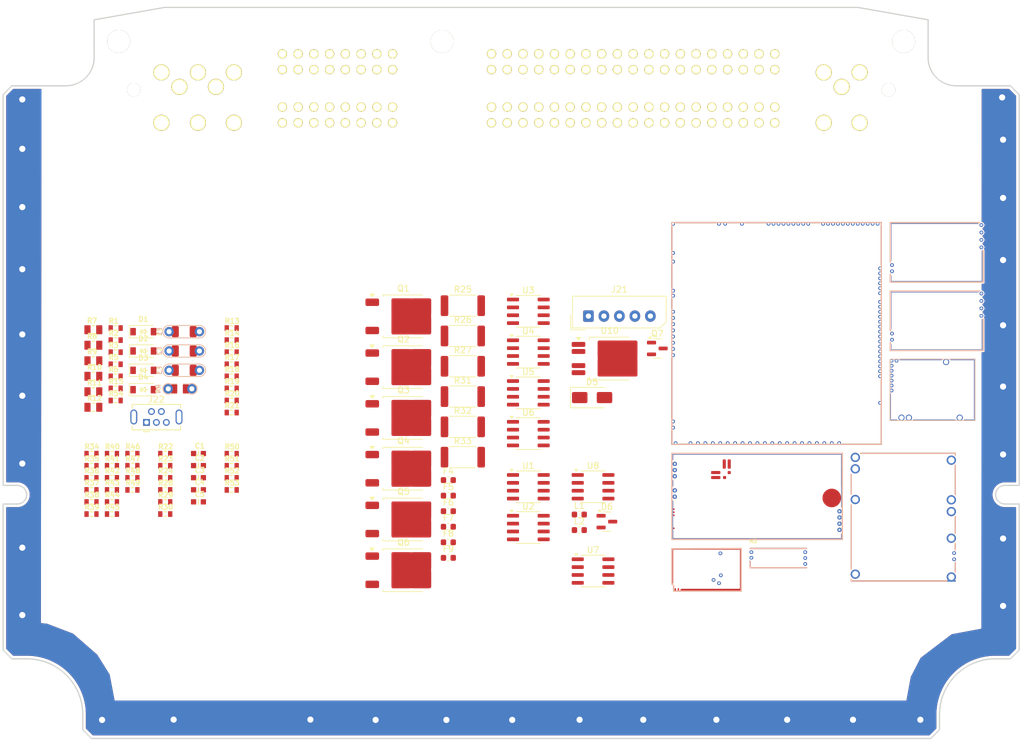
<source format=kicad_pcb>
(kicad_pcb (version 20240108) (generator "pcbnew") (generator_version "8.0")
  (title_block (title "Hellen121vag") (date "2022-10-14") (rev "d") (company "andreika @ rusEFI.com"))
  (layers (0 "F.Cu" signal) (1 "In1.Cu" signal "GND.Cu") (2 "In2.Cu" signal "Power.Cu") (31 "B.Cu" signal) (34 "B.Paste" user) (35 "F.Paste" user) (36 "B.SilkS" user "B.Silkscreen") (37 "F.SilkS" user "F.Silkscreen") (38 "B.Mask" user) (39 "F.Mask" user) (44 "Edge.Cuts" user))
  (net 0 "")
  (net 1 "PIN114")
  (net 2 "PIN2")
  (net 3 "PIN1")
  (net 4 "PIN5")
  (net 5 "PIN4")
  (net 6 "PIN22")
  (net 7 "PIN108")
  (net 8 "PIN85")
  (net 9 "PIN37")
  (net 10 "PIN40")
  (net 11 "PIN84")
  (net 12 "PIN113")
  (net 13 "PIN106")
  (net 14 "PIN41")
  (net 15 "PIN91")
  (net 16 "PIN13")
  (net 17 "PIN44")
  (net 18 "+3.3VA")
  (net 19 "PIN38")
  (net 20 "PIN42")
  (net 21 "PIN90")
  (net 22 "PIN19")
  (net 23 "PIN12")
  (net 24 "PIN45")
  (net 25 "PIN11")
  (net 26 "PIN46")
  (net 27 "PIN83")
  (net 28 "PIN63")
  (net 29 "PIN82")
  (net 30 "PIN65")
  (net 31 "PIN48")
  (net 32 "PIN47")
  (net 33 "PIN10")
  (net 34 "PIN9")
  (net 35 "PIN17")
  (net 36 "PIN20")
  (net 37 "PIN21")
  (net 38 "PIN105")
  (net 39 "PIN103")
  (net 40 "PIN121")
  (net 41 "PIN96")
  (net 42 "PIN67")
  (net 43 "PIN97")
  (net 44 "PIN27")
  (net 45 "PIN32")
  (net 46 "PIN81")
  (net 47 "PIN94")
  (net 48 "PIN110")
  (net 49 "PIN36")
  (net 50 "PIN31")
  (net 51 "PIN34")
  (net 52 "PIN15")
  (net 53 "PIN92")
  (net 54 "PIN112")
  (net 55 "PIN51")
  (net 56 "PIN88")
  (net 57 "PIN86")
  (net 58 "PIN43")
  (net 59 "PIN111")
  (net 60 "PIN50")
  (net 61 "PIN95")
  (net 62 "PIN28")
  (net 63 "PIN29")
  (net 64 "PIN14")
  (net 65 "PIN18")
  (net 66 "PIN25")
  (net 67 "PIN26")
  (net 68 "PIN87")
  (net 69 "PIN69")
  (net 70 "PIN49")
  (net 71 "PIN109")
  (net 72 "PIN39")
  (net 73 "PIN35")
  (net 74 "PIN102")
  (net 75 "PIN118")
  (net 76 "PIN33")
  (net 77 "PIN119")
  (net 78 "PIN100")
  (net 79 "PIN120")
  (net 80 "PIN30")
  (net 81 "PIN117")
  (net 82 "PIN70")
  (net 83 "PIN6")
  (net 84 "PIN116")
  (net 85 "PIN7")
  (net 86 "PIN101")
  (net 87 "PIN93")
  (net 88 "PIN89")
  (net 89 "PIN16")
  (net 90 "PIN104")
  (net 91 "PIN8")
  (net 92 "Net-(U8-T-)")
  (net 93 "Net-(U8-T+)")
  (net 94 "/IGN1")
  (net 95 "Net-(F5-Pad1)")
  (net 96 "Net-(F6-Pad1)")
  (net 97 "/IGN2")
  (net 98 "Net-(F7-Pad1)")
  (net 99 "/IGN3")
  (net 100 "Net-(F8-Pad1)")
  (net 101 "/IGN4")
  (net 102 "Net-(F9-Pad1)")
  (net 103 "/IGN5")
  (net 104 "/IGN6")
  (net 109 "Net-(U7-IN1)")
  (net 110 "Net-(U7-IN2)")
  (net 111 "/VBUS")
  (net 112 "/USB+")
  (net 113 "/USB-")
  (net 114 "Net-(U3-IN1)")
  (net 115 "Net-(U4-IN1)")
  (net 116 "Net-(Q1-G)")
  (net 117 "Net-(Q2-G)")
  (net 118 "Net-(Q3-G)")
  (net 119 "Net-(Q4-G)")
  (net 120 "Net-(Q5-G)")
  (net 121 "Net-(Q6-G)")
  (net 122 "Net-(U5-IN1)")
  (net 123 "Net-(U6-IN1)")
  (net 124 "Net-(U4-IN2)")
  (net 125 "Net-(U5-IN2)")
  (net 126 "Net-(U6-IN2)")
  (net 127 "Net-(U3-IN2)")
  (net 134 "/MISO3")
  (net 135 "/SCK3")
  (net 136 "/EGT/SPI_CS")
  (net 137 "Net-(M6-LED_GREEN)")
  (net 138 "Net-(Q7-D)")
  (net 139 "Net-(U10-IS)")
  (net 140 "Net-(F4-Pad1)")
  (net 141 "Net-(U1-IN1)")
  (net 142 "Net-(U1-IN2)")
  (net 143 "Net-(U2-IN1)")
  (net 144 "Net-(U2-IN2)")
  (net 149 "+5V")
  (net 151 "/VIGN")
  (net 152 "Net-(M1-PG_5VP)")
  (net 153 "/VBAT")
  (net 154 "/PWR_EN")
  (net 155 "/IN_VIGN")
  (net 156 "/IN_KNOCK")
  (net 157 "/VREF1")
  (net 158 "+5VA")
  (net 159 "/VR_DISCRETE_THR")
  (net 160 "/VR_DISCRETE")
  (net 161 "/VR_DISCRETE_A")
  (net 162 "/VR_MAX9924")
  (net 170 "Net-(M5-PULL_DOWN1)")
  (net 176 "E6INJ7CANRX")
  (net 177 "/DC1_PWM")
  (net 178 "+3.3V")
  (net 180 "/DC2_DIR")
  (net 182 "/INJ5")
  (net 183 "/INJ2")
  (net 185 "/IN_VMAIN")
  (net 187 "/ADC3")
  (net 188 "/LS_HOT2")
  (net 189 "/INJ3")
  (net 190 "/INJ4")
  (net 191 "/LS4")
  (net 192 "/DC2_DIS")
  (net 195 "/LS2")
  (net 196 "/INTERNAL_MAP")
  (net 198 "/INJ1")
  (net 199 "/LS1")
  (net 200 "/DC2_PWM")
  (net 206 "/IN_AUX3")
  (net 207 "/INJ6")
  (net 209 "/LS3")
  (net 210 "/PG_5VP")
  (net 211 "E7INJ8CANTX")
  (net 212 "DC1_DIS_W1")
  (net 213 "/LS_HOT1")
  (net 214 "/DC1_DIR")
  (net 218 "Net-(F3-Pad2)")
  (footprint "368255-2:368255-2" (layer "F.Cu") (at 194.802 69.107 180)
    (property "Reference" "P1" (hide yes))
    (property "Value" "368255-2" (hide yes))
  )
  (footprint "hellen-one-common:R0603" (layer "F.Cu") (at 62.87 69.5)
    (property "Reference" "R43")
    (property "Value" "4.7k" (hide yes))
  )
  (footprint "Inductor_SMD:L_0603_1608Metric" (layer "F.Cu") (at 138.305 75.985)
    (property "Reference" "L2")
    (property "Value" "470R@100MHz")
  )
  (footprint "hellen-one-can-0.1:can" (layer "F.Cu") (at 153.150003 85.936674)
    (property "Reference" "M7" (hide yes))
    (property "Value" "Module-can-0.1" (hide yes))
  )
  (footprint "hellen-one-common:R0603" (layer "F.Cu") (at 62.87 73.398092)
    (property "Reference" "R45")
    (property "Value" "4.7k" (hide yes))
  )
  (footprint "Fuse:Fuse_0603_1608Metric" (layer "F.Cu") (at 117.165 70.425)
    (property "Reference" "F5")
    (property "Value" "50mA")
  )
  (footprint "hellen-one-common:R0603" (layer "F.Cu") (at 82.2 49.22)
    (property "Reference" "R17")
    (property "Value" "4.7k" (hide yes))
  )
  (footprint "hellen-one-common:R0603" (layer "F.Cu") (at 63.47 53.118092)
    (property "Reference" "R15")
    (property "Value" "4.7k" (hide yes))
  )
  (footprint "hellen-one-common:PAD-1206-PAD" (layer "F.Cu") (at 74.54 47.076267)
    (property "Reference" "F2")
    (property "Value" "12H1500D" (hide yes))
  )
  (footprint "Package_TO_SOT_SMD:TO-252-2" (layer "F.Cu") (at 109.925 66.075)
    (property "Reference" "Q4")
    (property "Value" "ISL9V3040D3ST")
  )
  (footprint "hellen-one-common:R0603" (layer "F.Cu") (at 62.87 63.652862)
    (property "Reference" "R40")
    (property "Value" "4.7k" (hide yes))
  )
  (footprint "hellen-one-common:R0805" (layer "F.Cu") (at 59.870001 53.65798)
    (property "Reference" "R11")
    (property "Value" "10k" (hide yes))
  )
  (footprint "Inductor_SMD:L_0603_1608Metric" (layer "F.Cu") (at 138.305 73.475)
    (property "Reference" "L1")
    (property "Value" "470R@100MHz")
  )
  (footprint "hellen-one-common:PAD-1206-PAD" (layer "F.Cu") (at 74.54 43.956267)
    (property "Reference" "F1")
    (property "Value" "12H1500D" (hide yes))
  )
  (footprint "hellen-one-common:R0603" (layer "F.Cu") (at 62.87 67.550954)
    (property "Reference" "R42")
    (property "Value" "4.7k" (hide yes))
  )
  (footprint "Package_TO_SOT_SMD:TO-252-2" (layer "F.Cu") (at 109.925 41.49)
    (property "Reference" "Q1")
    (property "Value" "ISL9V3040D3ST")
  )
  (footprint "hellen-one-wbo-0.5:wbo" (layer "F.Cu") (at 153.150003 77.6)
    (property "Reference" "M5" (hide yes))
    (property "Value" "Module-wbo-0.5" (hide yes))
  )
  (footprint "Package_SO:SOIC-8_3.9x4.9mm_P1.27mm" (layer "F.Cu") (at 130.075 75.575)
    (property "Reference" "U2")
    (property "Value" "VNLD5160TR-E")
  )
  (footprint "hellen-one-vr-discrete-0.5:vr-discrete" (layer "F.Cu") (at 188.400003 36.05)
    (property "Reference" "M3" (hide yes))
    (property "Value" "Module-vr-discrete-0.5" (hide yes))
  )
  (footprint "hellen-one-common:R0603" (layer "F.Cu") (at 82.2 67.550954)
    (property "Reference" "R52")
    (property "Value" "4.7k" (hide yes))
  )
  (footprint "Package_TO_SOT_SMD:SOT-23" (layer "F.Cu") (at 150.895 46.67)
    (property "Reference" "Q7")
    (property "Value" "AO3400A")
  )
  (footprint "hellen-one-common:R0805" (layer "F.Cu") (at 59.870001 46.149196)
    (property "Reference" "R8")
    (property "Value" "DNP" (hide yes))
  )
  (footprint "Connector_Molex:Molex_SPOX_5267-05A_1x05_P2.50mm_Vertical" (layer "F.Cu") (at 139.775 41.445)
    (property "Reference" "J21")
    (property "Value" "Conn_01x05_Male")
  )
  (footprint "hellen-one-common:R0603" (layer "F.Cu") (at 63.47 45.321908)
    (property "Reference" "R2")
    (property "Value" "33k" (hide yes))
  )
  (footprint "Package_SO:SOIC-8_3.9x4.9mm_P1.27mm" (layer "F.Cu") (at 130.075 40.675)
    (property "Reference" "U3")
    (property "Value" "VNLD5160TR-E")
  )
  (footprint "Package_SO:SOIC-8_3.9x4.9mm_P1.27mm" (layer "F.Cu") (at 140.525 82.595)
    (property "Reference" "U7")
    (property "Value" "VNLD5160TR-E")
  )
  (footprint "hellen-one-common:SOD-123" (layer "F.Cu") (at 67.93 53.316267)
    (property "Reference" "D4")
    (property "Value" "B5819W" (hide yes))
  )
  (footprint "Package_SO:SOIC-8_3.9x4.9mm_P1.27mm" (layer "F.Cu") (at 130.075 47.255)
    (property "Reference" "U4")
    (property "Value" "VNLD5160TR-E")
  )
  (footprint "hellen-one-common:R0603" (layer "F.Cu") (at 82.2 53.118092)
    (property "Reference" "R19")
    (property "Value" "4.7k" (hide yes))
  )
  (footprint "hellen-one-common:R0603" (layer "F.Cu") (at 82.2 57.016184)
    (property "Reference" "R21")
    (property "Value" "4.7k" (hide yes))
  )
  (footprint "hellen-one-common:R0603" (layer "F.Cu") (at 62.87 65.601908)
    (property "Reference" "R41")
    (property "Value" "4.7k" (hide yes))
  )
  (footprint "Resistor_SMD:R_2512_6332Metric" (layer "F.Cu") (at 119.505 59.325)
    (property "Reference" "R32")
    (property "Value" "0")
  )
  (footprint "hellen-one-common:R0603" (layer "F.Cu") (at 82.2 43.372862)
    (property "Reference" "R13")
    (property "Value" "4.7k" (hide yes))
  )
  (footprint "hellen-one-common:R0603" (layer "F.Cu") (at 82.2 51.169046)
    (property "Reference" "R18")
    (property "Value" "4.7k" (hide yes))
  )
  (footprint "Package_SO:SOIC-8_3.9x4.9mm_P1.27mm" (layer "F.Cu") (at 140.525 68.995)
    (property "Reference" "U8")
    (property "Value" "MAX31855KASA")
  )
  (footprint "hellen-one-motor-driver-0.1:motor-driver" (layer "F.Cu") (at 188.400003 58.35)
    (property "Reference" "M8" (hide yes))
    (property "Value" "Module-motor-driver-0.1" (hide yes))
  )
  (footprint "Package_TO_SOT_SMD:SOT-23" (layer "F.Cu") (at 142.755 74.62)
    (property "Reference" "D6")
    (property "Value" "NUP2105L")
  )
  (footprint "Diode_SMD:D_SMA" (layer "F.Cu") (at 140.37 54.595)
    (property "Reference" "D5")
    (property "Value" "SS34")
  )
  (footprint "Package_TO_SOT_SMD:TO-252-2" (layer "F.Cu") (at 109.925 74.27)
    (property "Reference" "Q5")
    (property "Value" "ISL9V3040D3ST")
  )
  (footprint "hellen-one-common:R0603" (layer "F.Cu") (at 63.47 43.372862)
    (property "Reference" "R1")
    (property "Value" "4.7k" (hide yes))
  )
  (footprint "hellen-one-common:R0603" (layer "F.Cu") (at 59.57 73.398092)
    (property "Reference" "R39")
    (property "Value" "4.7k" (hide yes))
  )
  (footprint "Package_SO:SOIC-8_3.9x4.9mm_P1.27mm" (layer "F.Cu") (at 130.075 60.415)
    (property "Reference" "U6")
    (property "Value" "VNLD5160TR-E")
  )
  (footprint "Package_TO_SOT_SMD:TO-252-2" (layer "F.Cu") (at 109.925 82.465)
    (property "Reference" "Q6")
    (property "Value" "ISL9V3040D3ST")
  )
  (footprint "hellen-one-common:R0603" (layer "F.Cu") (at 82.2 63.652862)
    (property "Reference" "R50")
    (property "Value" "4.7k" (hide yes))
  )
  (footprint "hellen-one-common:R0603" (layer "F.Cu") (at 71.47 69.5)
    (property "Reference" "R28")
    (property "Value" "22" (hide yes))
  )
  (footprint "hellen-one-common:R0805" (layer "F.Cu") (at 59.870001 48.652124)
    (property "Reference" "R9")
    (property "Value" "DNP" (hide yes))
  )
  (footprint "hellen-one-common:R0603" (layer "F.Cu") (at 71.47 71.449046)
    (property "Reference" "R29")
    (property "Value" "22" (hide yes))
  )
  (footprint "hellen-one-mega-mcu100-0.3:mega-mcu100" (layer "F.Cu") (at 153.150003 62.25001)
    (property "Reference" "M6" (hide yes))
    (property "Value" "Module:mega-mcu100/0.3" (hide yes))
  )
  (footprint "hellen-one-common:R0603" (layer "F.Cu") (at 82.2 47.270954)
    (property "Reference" "R16")
    (property "Value" "4.7k" (hide yes))
  )
  (footprint "hellen-one-common:SOD-123" (layer "F.Cu") (at 67.93 43.956267)
    (property "Reference" "D1")
    (property "Value" "B5819W" (hide yes))
  )
  (footprint "hellen-one-common:R0805" (layer "F.Cu") (at 59.870001 56.160908)
    (property "Reference" "R12")
    (property "Value" "10k" (hide yes))
  )
  (footprint "Fuse:Fuse_0603_1608Metric" (layer "F.Cu") (at 117.165 67.915)
    (property "Reference" "F4")
    (property "Value" "50mA")
  )
  (footprint "hellen-one-common:R0603" (layer "F.Cu") (at 82.2 69.5)
    (property "Reference" "R53")
    (property "Value" "4.7k" (hide yes))
  )
  (footprint "hellen-one-common:USB-MINI-B-VERTICAL" (layer "F.Cu") (at 70.045 57.726267)
    (property "Reference" "J22")
    (property "Value" "USB_B_Mini")
  )
  (footprint "hellen-one-common:C0603" (layer "F.Cu") (at 76.835001 69.476208)
    (property "Reference" "C4")
    (property "Value" "100n" (hide yes))
  )
  (footprint "Package_SO:SOIC-8_3.9x4.9mm_P1.27mm" (layer "F.Cu") (at 130.075 53.835)
    (property "Reference" "U5")
    (property "Value" "VNLD5160TR-E")
  )
  (footprint "hellen-one-common:R0603" (layer "F.Cu") (at 63.47 49.22)
    (property "Reference" "R5")
    (property "Value" "0" (hide yes))
  )
  (footprint "hellen-one-common:C0603" (layer "F.Cu") (at 76.835001 71.426193)
    (property "Reference" "C5")
    (property "Value" "1u" (hide yes))
  )
  (footprint "hellen-one-common:R0603" (layer "F.Cu") (at 59.57 69.5)
    (property "Reference" "R37")
    (property "Value" "4.7k" (hide yes))
  )
  (footprint "hellen-one-common:R0603" (layer "F.Cu") (at 71.47 73.398092)
    (property "Reference" "R30")
    (property "Value" "22" (hide yes))
  )
  (footprint "hellen-one-common:PAD-1206-PAD" (layer "F.Cu") (at 74.54 50.196267)
    (property "Reference" "F3")
    (property "Value" "12H1500D" (hide yes))
  )
  (footprint "hellen-one-vr-max9924-0.1:vr-max9924" (layer "F.Cu") (at 188.400003 47.1)
    (property "Reference" "M4" (hide yes))
    (property "Value" "Module-vr-max9924-0.1" (hide yes))
  )
  (footprint "hellen-one-common:R0603" (layer "F.Cu") (at 59.57 65.601908)
    (property "Reference" "R35")
    (property "Value" "4.7k" (hide yes))
  )
  (footprint "hellen-one-common:R0603" (layer "F.Cu") (at 66.17 67.550954)
    (property "Reference" "R48")
    (property "Value" "4.7k" (hide yes))
  )
  (footprint "Resistor_SMD:R_2512_6332Metric" (layer "F.Cu") (at 119.505 49.545)
    (property "Reference" "R27")
    (property "Value" "0")
  )
  (footprint "hellen-one-common:R0603" (layer "F.Cu") (at 66.17 65.601908)
    (property "Reference" "R47")
    (property "Value" "4.7k" (hide yes))
  )
  (footprint "hellen-one-common:C0603" (layer "F.Cu") (at 76.835001 67.526223)
    (property "Reference" "C3")
    (property "Value" "10n" (hide yes))
  )
  (footprint "hellen-one-common:R0603" (layer "F.Cu") (at 62.87 71.449046)
    (property "Reference" "R44")
    (property "Value" "4.7k" (hide yes))
  )
  (footprint "hellen-one-common:R0603" (layer "F.Cu") (at 66.17 63.652862)
    (property "Reference" "R46")
    (property "Value" "4.7k" (hide yes))
  )
  (footprint "hellen-one-common:PAD-0805-PAD" (layer "F.Cu") (at 73.860391 53.181658)
    (property "Reference" "R4")
    (property "Value" "Jumper-Pad-Pad" (hide yes))
  )
  (footprint "Package_TO_SOT_SMD:TO-252-2" (layer "F.Cu") (at 109.925 49.685)
    (property "Reference" "Q2")
    (property "Value" "ISL9V3040D3ST")
  )
  (footprint "Package_TO_SOT_SMD:TO-252-2" (layer "F.Cu") (at 109.925 57.88)
    (property "Reference" "Q3")
    (property "Value" "ISL9V3040D3ST")
  )
  (footprint "Fuse:Fuse_0603_1608Metric" (layer "F.Cu") (at 117.165 72.935)
    (property "Reference" "F6")
    (property "Value" "50mA")
  )
  (footprint "hellen-one-common:R0603" (layer "F.Cu") (at 59.57 67.550954)
    (property "Reference" "R36")
    (property "Value" "4.7k" (hide yes))
  )
  (footprint "Fuse:Fuse_0603_1608Metric" (layer "F.Cu") (at 117.165 75.445)
    (property "Reference" "F7")
    (property "Value" "50mA")
  )
  (footprint "Fuse:Fuse_0603_1608Metric" (layer "F.Cu") (at 117.165 80.465)
    (property "Reference" "F9")
    (property "Value" "50mA")
  )
  (footprint "Package_TO_SOT_SMD:TO-252-4" (layer "F.Cu") (at 143.215 48.295)
    (property "Reference" "U10")
    (property "Value" "BTS6143D")
  )
  (footprint "hellen-one-common:R0603" (layer "F.Cu") (at 59.57 63.652862)
    (property "Reference" "R34")
    (property "Value" "4.7k" (hide yes))
  )
  (footprint "hellen-one-common:R0805" (layer "F.Cu") (at 59.870001 43.646268)
    (property "Reference" "R7")
    (property "Value" "DNP" (hide yes))
  )
  (footprint "hellen-one-common:SOD-123" (layer "F.Cu") (at 67.93 47.076267)
    (property "Reference" "D2")
    (property "Value" "B5819W" (hide yes))
  )
  (footprint "hellen-one-common:R0805" (layer "F.Cu") (at 59.870001 51.155052)
    (property "Reference" "R10")
    (property "Value" "10k" (hide yes))
  )
  (footprint "hellen-one-common:R0603" (layer "F.Cu") (at 82.2 45.321908)
    (property "Reference" "R14")
    (property "Value" "4.7k" (hide yes))
  )
  (footprint "hellen-one-common:R0603" (layer "F.Cu") (at 82.2 55.067138)
    (property "Reference" "R20")
    (property "Value" "4.7k" (hide yes))
  )
  (footprint "hellen-one-common:R0603" (layer "F.Cu") (at 71.47 63.652862)
    (property "Reference" "R22")
    (property "Value" "22" (hide yes))
  )
  (footprint "hellen-one-common:R0603" (layer "F.Cu") (at 63.47 47.270954)
    (property "Reference" "R3")
    (property "Value" "6.8k" (hide yes))
  )
  (footprint "Package_SO:SOIC-8_3.9x4.9mm_P1.27mm" (layer "F.Cu") (at 130.075 68.995)
    (property "Reference" "U1")
    (property "Value" "VNLD5160TR-E")
  )
  (footprint "Resistor_SMD:R_2512_6332Metric" (layer "F.Cu") (at 119.505 54.435)
    (property "Reference" "R31")
    (property "Value" "0")
  )
  (footprint "hellen-one-common:R0603" (layer "F.Cu") (at 66.17 69.5)
    (property "Reference" "R49")
    (property "Value" "4.7k" (hide yes))
  )
  (footprint "hellen-one-common:R0603" (layer "F.Cu") (at 63.47 51.169046)
    (property "Reference" "R6")
    (property "Value" "0" (hide yes))
  )
  (footprint "hellen-one-common:R0603" (layer "F.Cu") (at 82.2 65.601908)
    (property "Reference" "R51")
    (property "Value" "4.7k" (hide yes))
  )
  (footprint "hellen-one-common:R0603" (layer "F.Cu") (at 59.57 71.449046)
    (property "Reference" "R38")
    (property "Value" "4.7k" (hide yes))
  )
  (footprint "Resistor_SMD:R_2512_6332Metric" (layer "F.Cu") (at 119.505 64.215)
    (property "Reference" "R33")
    (property "Value" "0")
  )
  (footprint "Fuse:Fuse_0603_1608Metric" (layer "F.Cu") (at 117.165 77.955)
    (property "Reference" "F8")
    (property "Value" "50mA")
  )
  (footprint "hellen-one-common:SOD-123" (layer "F.Cu") (at 67.93 50.196267)
    (property "Reference" "D3")
    (property "Value" "B5819W" (hide yes))
  )
  (footprint "hellen-one-common:R0603" (layer "F.Cu") (at 63.47 55.067138)
    (property "Reference" "R54")
    (property "Value" "1k" (hide yes))
  )
  (footprint "hellen-one-knock-0.2:knock" (layer "F.Cu") (at 165.770003 82.150003)
    (property "Reference" "M2")
    (property "Value" "Module-knock-0.2" (hide yes))
  )
  (footprint "hellen-one-common:C0603" (layer "F.Cu") (at 76.835001 65.576238)
    (property "Reference" "C2")
    (property "Value" "100n" (hide yes))
  )
  (footprint "hellen-one-common:C0603" (layer "F.Cu") (at 76.835001 63.626253)
    (property "Reference" "C1")
    (property "Value" "10n" (hide yes))
  )
  (footprint "hellen-one-power_12and5V-0.3:power_12and5V" (layer "F.Cu") (at 182.100003 84.300002)
    (property "Reference" "M1" (hide yes))
    (property "Value" "Module-power_12and5V-0.3" (hide yes))
  )
  (footprint "hellen-one-common:R0603" (layer "F.Cu") (at 71.47 67.550954)
    (property "Reference" "R24")
    (property "Value" "22" (hide yes))
  )
  (footprint "Resistor_SMD:R_2512_6332Metric" (layer "F.Cu") (at 119.505 44.655)
    (property "Reference" "R26")
    (property "Value" "0")
  )
  (footprint "hellen-one-common:R0603" (layer "F.Cu") (at 71.47 65.601908)
    (property "Reference" "R23")
    (property "Value" "22" (hide yes))
  )
  (footprint "Resistor_SMD:R_2512_6332Metric" (layer "F.Cu") (at 119.505 39.765)
    (property "Reference" "R25")
    (property "Value" "0")
  )
  (gr_line (start 71.34 -8.375) (end 59.9848 -6.375) (stroke (width 0.2)) (layer "Edge.Cuts"))
  (gr_line (start 196.44 105.765) (end 196.44 108.210787) (stroke (width 0.2)) (layer "Edge.Cuts"))
  (gr_arc (start 207 71.775) (mid 205.49983 70.275) (end 207 68.775) (stroke (width 0.2)) (layer "Edge.Cuts"))
  (gr_arc (start 49.16 96.765001) (mid 55.523961 99.40104) (end 58.16 105.765001) (stroke (width 0.2)) (layer "Edge.Cuts"))
  (gr_line (start 194.6 -6.375) (end 194.6 -0.166999) (stroke (width 0.2)) (layer "Edge.Cuts"))
  (gr_arc (start 199.1 4.275002) (mid 195.951807 2.963919) (end 194.6 -0.166999) (stroke (width 0.2)) (layer "Edge.Cuts"))
  (gr_line (start 47.6 71.775001) (end 45.3 71.775001) (stroke (width 0.2)) (layer "Edge.Cuts"))
  (gr_arc (start 60 -0.286999) (mid 58.652794 2.945614) (end 55.4128 4.275) (stroke (width 0.2)) (layer "Edge.Cuts"))
  (gr_line (start 209.3 5.689214) (end 209.3 68.775) (stroke (width 0.2)) (layer "Edge.Cuts"))
  (gr_line (start 205.44 96.765) (end 207.885786 96.765) (stroke (width 0.2)) (layer "Edge.Cuts"))
  (gr_line (start 59.574213 109.625001) (end 195.025786 109.625) (stroke (width 0.2)) (layer "Edge.Cuts"))
  (gr_line (start 46.714213 4.275) (end 55.4128 4.275) (stroke (width 0.2)) (layer "Edge.Cuts"))
  (gr_line (start 207 68.775) (end 209.3 68.775) (stroke (width 0.2)) (layer "Edge.Cuts"))
  (gr_line (start 59.9848 -6.375) (end 60 -0.286999) (stroke (width 0.2)) (layer "Edge.Cuts"))
  (gr_line (start 71.34 -8.375) (end 183.26 -8.375) (stroke (width 0.2)) (layer "Edge.Cuts"))
  (gr_line (start 45.3 5.689214) (end 45.3 68.775001) (stroke (width 0.2)) (layer "Edge.Cuts"))
  (gr_line (start 196.44 108.210787) (end 195.025786 109.625) (stroke (width 0.2)) (layer "Edge.Cuts"))
  (gr_line (start 45.3 71.775001) (end 45.3 95.350787) (stroke (width 0.2)) (layer "Edge.Cuts"))
  (gr_line (start 58.16 108.210787) (end 59.574213 109.625) (stroke (width 0.2)) (layer "Edge.Cuts"))
  (gr_line (start 207 71.775) (end 209.3 71.775) (stroke (width 0.2)) (layer "Edge.Cuts"))
  (gr_line (start 183.26 -8.375) (end 194.6 -6.375) (stroke (width 0.2)) (layer "Edge.Cuts"))
  (gr_line (start 45.299999 95.350787) (end 46.714213 96.765001) (stroke (width 0.2)) (layer "Edge.Cuts"))
  (gr_line (start 49.16 96.765001) (end 46.714213 96.765001) (stroke (width 0.2)) (layer "Edge.Cuts"))
  (gr_line (start 47.6 68.775001) (end 45.3 68.775001) (stroke (width 0.2)) (layer "Edge.Cuts"))
  (gr_line (start 45.3 5.689214) (end 46.714213 4.275001) (stroke (width 0.2)) (layer "Edge.Cuts"))
  (gr_arc (start 196.44 105.765) (mid 199.076039 99.401039) (end 205.44 96.765) (stroke (width 0.2)) (layer "Edge.Cuts"))
  (gr_line (start 209.3 95.350787) (end 207.885786 96.765) (stroke (width 0.2)) (layer "Edge.Cuts"))
  (gr_line (start 58.16 105.765001) (end 58.16 108.210787) (stroke (width 0.2)) (layer "Edge.Cuts"))
  (gr_arc (start 47.6 68.775001) (mid 49.099999 70.275) (end 47.6 71.775001) (stroke (width 0.2)) (layer "Edge.Cuts"))
  (gr_line (start 209.3 71.775001) (end 209.3 95.350787) (stroke (width 0.2)) (layer "Edge.Cuts"))
  (gr_line (start 209.3 5.689214) (end 207.885786 4.275001) (stroke (width 0.2)) (layer "Edge.Cuts"))
  (gr_line (start 207.885786 4.275) (end 199.1 4.275) (stroke (width 0.2)) (layer "Edge.Cuts"))
  (via (at 206.7 22.375) (size 2) (drill 1) (layers "F.Cu" "B.Cu") (net 12))
  (via (at 206.7 12.975) (size 2) (drill 1) (layers "F.Cu" "B.Cu") (net 12))
  (via (at 206.7 77.35) (size 2) (drill 1) (layers "F.Cu" "B.Cu") (net 12))
  (via (at 206.7 63.775) (size 2) (drill 1) (layers "F.Cu" "B.Cu") (net 12))
  (via (at 206.7 88.225) (size 2) (drill 1) (layers "F.Cu" "B.Cu") (net 12))
  (via (at 94.9 106.575) (size 2) (drill 1) (layers "F.Cu" "B.Cu") (net 12))
  (via (at 206.55 6.15) (size 2) (drill 1) (layers "F.Cu" "B.Cu") (net 12))
  (via (at 105.425 106.625) (size 2) (drill 1) (layers "F.Cu" "B.Cu") (net 12))
  (via (at 48.4 23.85) (size 2) (drill 1) (layers "F.Cu" "B.Cu") (net 12))
  (via (at 206.7 32.4) (size 2) (drill 1) (layers "F.Cu" "B.Cu") (net 12))
  (via (at 48.4 33.875) (size 2) (drill 1) (layers "F.Cu" "B.Cu") (net 12))
  (via (at 182.475 106.6) (size 2) (drill 1) (layers "F.Cu" "B.Cu") (net 12))
  (via (at 138.35 106.6) (size 2) (drill 1) (layers "F.Cu" "B.Cu") (net 12))
  (via (at 160.425 106.6) (size 2) (drill 1) (layers "F.Cu" "B.Cu") (net 12))
  (via (at 61.275 106.625) (size 2) (drill 1) (layers "F.Cu" "B.Cu") (net 12))
  (via (at 48.4 78.825) (size 2) (drill 1) (layers "F.Cu" "B.Cu") (net 12))
  (via (at 48.4 44.4) (size 2) (drill 1) (layers "F.Cu" "B.Cu") (net 12))
  (via (at 48.4 6.475) (size 2) (drill 1) (layers "F.Cu" "B.Cu") (net 12))
  (via (at 48.4 89.7) (size 2) (drill 1) (layers "F.Cu" "B.Cu") (net 12))
  (via (at 48.4 54.3) (size 2) (drill 1) (layers "F.Cu" "B.Cu") (net 12))
  (via (at 193.35 106.6) (size 2) (drill 1) (layers "F.Cu" "B.Cu") (net 12))
  (via (at 148.625 106.6) (size 2) (drill 1) (layers "F.Cu" "B.Cu") (net 12))
  (via (at 206.7 42.925) (size 2) (drill 1) (layers "F.Cu" "B.Cu") (net 12))
  (via (at 48.4 14.45) (size 2) (drill 1) (layers "F.Cu" "B.Cu") (net 12))
  (via (at 127.475 106.625) (size 2) (drill 1) (layers "F.Cu" "B.Cu") (net 12))
  (via (at 72.825 106.575) (size 2) (drill 1) (layers "F.Cu" "B.Cu") (net 12))
  (via (at 116.85 106.625) (size 2) (drill 1) (layers "F.Cu" "B.Cu") (net 12))
  (via (at 206.7 52.825) (size 2) (drill 1) (layers "F.Cu" "B.Cu") (net 12))
  (via (at 171.85 106.6) (size 2) (drill 1) (layers "F.Cu" "B.Cu") (net 12))
  (via (at 48.4 65.25) (size 2) (drill 1) (layers "F.Cu" "B.Cu") (net 12))
  (zone (net 12) (net_name "PIN113") (layer "F.Cu") (connect_pads yes (clearance 0.2)) (min_thickness 0.254) (fill yes (thermal_gap 0.508) (thermal_bridge_width 0.508))
    (polygon (pts (xy 203.2 91.9) (xy 203.25 3.8) (xy 210.1 3.8) (xy 209.4 110.7) (xy 44.8 110) (xy 45 3.8) (xy 51.5 3.8) (xy 51.4 91) (xy 52.4 91.1) (xy 56.6 92.7) (xy 60.5 96.1) (xy 62.5 99.3) (xy 63.3 103.5) (xy 191.1 103.5) (xy 191.8 99.7) (xy 193.4 96.6) (xy 198.4 92.8)))
  )
  (zone (net 12) (net_name "PIN113") (layer "B.Cu") (connect_pads yes (clearance 0.2)) (min_thickness 0.254) (fill yes (thermal_gap 0.508) (thermal_bridge_width 0.508))
    (polygon (pts (xy 203.2 91.9) (xy 203.25 3.8) (xy 210.1 3.8) (xy 209.4 110.7) (xy 44.8 110) (xy 45 3.8) (xy 51.5 3.8) (xy 51.4 91) (xy 52.4 91.1) (xy 56.6 92.7) (xy 60.5 96.1) (xy 62.5 99.3) (xy 63.3 103.5) (xy 191.1 103.5) (xy 191.8 99.7) (xy 193.4 96.6) (xy 198.4 92.8)))
  )
)
</source>
